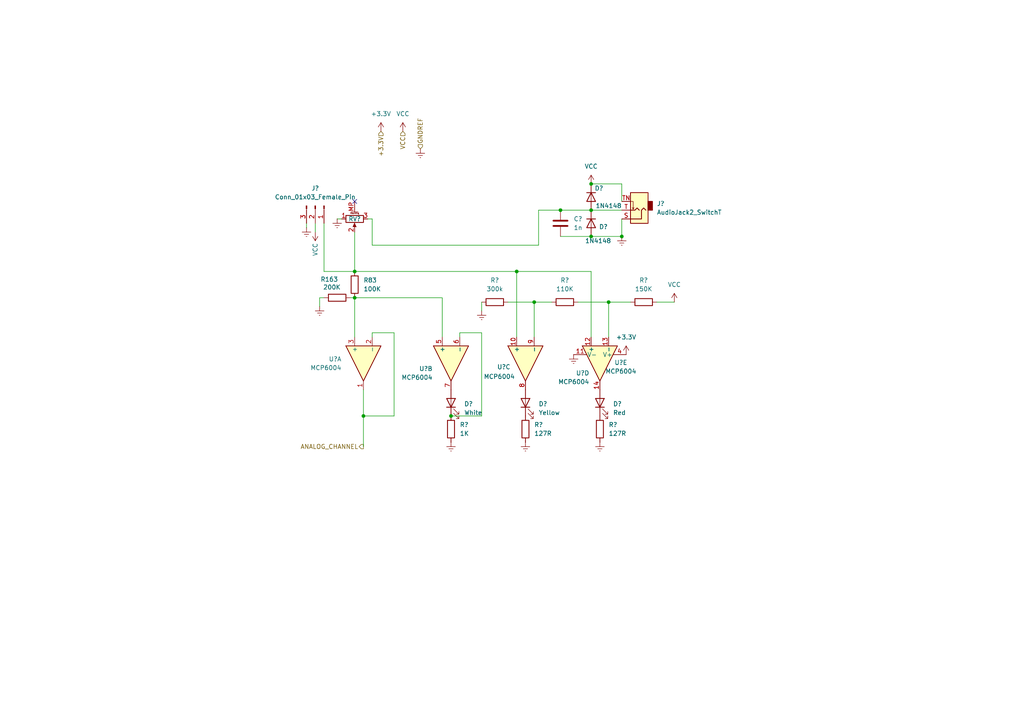
<source format=kicad_sch>
(kicad_sch (version 20250114) (generator "eeschema") (generator_version "9.0")
  (paper "A4")
  (lib_symbols
    (symbol "Amplifier_Operational:MCP6004" (pin_names (offset 0.127))
      (property "Reference" "U" (at 0 5.08 0))
      (property "Value" "MCP6004" (at 0 -5.08 0))
      (symbol "MCP6004_1_1"
        (polyline (pts (xy -5.08 5.08) (xy 5.08 0) (xy -5.08 -5.08) (xy -5.08 5.08)) (stroke (width 0.254)) (fill (type background)))
        (pin input line (at -7.62 2.54 0) (length 2.54) (name "+") (number "3"))
        (pin input line (at -7.62 -2.54 0) (length 2.54) (name "-") (number "2"))
        (pin output line (at 7.62 0 180) (length 2.54) (name "~") (number "1"))
      )
      (symbol "MCP6004_2_1"
        (polyline (pts (xy -5.08 5.08) (xy 5.08 0) (xy -5.08 -5.08) (xy -5.08 5.08)) (stroke (width 0.254)) (fill (type background)))
        (pin input line (at -7.62 2.54 0) (length 2.54) (name "+") (number "5"))
        (pin input line (at -7.62 -2.54 0) (length 2.54) (name "-") (number "6"))
        (pin output line (at 7.62 0 180) (length 2.54) (name "~") (number "7"))
      )
      (symbol "MCP6004_3_1"
        (polyline (pts (xy -5.08 5.08) (xy 5.08 0) (xy -5.08 -5.08) (xy -5.08 5.08)) (stroke (width 0.254)) (fill (type background)))
        (pin input line (at -7.62 2.54 0) (length 2.54) (name "+") (number "10"))
        (pin input line (at -7.62 -2.54 0) (length 2.54) (name "-") (number "9"))
        (pin output line (at 7.62 0 180) (length 2.54) (name "~") (number "8"))
      )
      (symbol "MCP6004_4_1"
        (polyline (pts (xy -5.08 5.08) (xy 5.08 0) (xy -5.08 -5.08) (xy -5.08 5.08)) (stroke (width 0.254)) (fill (type background)))
        (pin input line (at -7.62 2.54 0) (length 2.54) (name "+") (number "12"))
        (pin input line (at -7.62 -2.54 0) (length 2.54) (name "-") (number "13"))
        (pin output line (at 7.62 0 180) (length 2.54) (name "~") (number "14"))
      )
      (symbol "MCP6004_5_1"
        (pin power_in line (at -2.54 7.62 270) (length 3.81) (name "V+") (number "4"))
        (pin power_in line (at -2.54 -7.62 90) (length 3.81) (name "V-") (number "11"))
      )
    )
    (symbol "Connector:Conn_01x03_Pin" (pin_names (offset 1.016) (hide yes))
      (property "Reference" "J" (at 0 5.08 0))
      (property "Value" "Conn_01x03_Pin" (at 0 -5.08 0))
      (symbol "Conn_01x03_Pin_1_1"
        (rectangle (start 0.8636 2.667) (end 0 2.413) (stroke (width 0.1524)) (fill (type outline)))
        (rectangle (start 0.8636 0.127) (end 0 -0.127) (stroke (width 0.1524)) (fill (type outline)))
        (rectangle (start 0.8636 -2.413) (end 0 -2.667) (stroke (width 0.1524)) (fill (type outline)))
        (polyline (pts (xy 1.27 2.54) (xy 0.8636 2.54)) (stroke (width 0.1524)))
        (polyline (pts (xy 1.27 0) (xy 0.8636 0)) (stroke (width 0.1524)))
        (polyline (pts (xy 1.27 -2.54) (xy 0.8636 -2.54)) (stroke (width 0.1524)))
        (pin passive line (at 5.08 2.54 180) (length 3.81) (name "Pin_1") (number "1"))
        (pin passive line (at 5.08 0 180) (length 3.81) (name "Pin_2") (number "2"))
        (pin passive line (at 5.08 -2.54 180) (length 3.81) (name "Pin_3") (number "3"))
      )
    )
    (symbol "Connector_Audio:AudioJack2_SwitchT"
      (property "Reference" "J" (at 0 8.89 0))
      (property "Value" "AudioJack2_SwitchT" (at 0 6.35 0))
      (symbol "AudioJack2_SwitchT_0_1"
        (rectangle (start -2.54 0) (end -3.81 -2.54) (stroke (width 0.254)) (fill (type outline)))
        (polyline (pts (xy 0 0) (xy 0.635 -0.635) (xy 1.27 0) (xy 2.54 0)) (stroke (width 0.254)))
        (polyline (pts (xy 1.778 -0.254) (xy 2.032 -0.762)))
        (rectangle (start 2.54 3.81) (end -2.54 -5.08) (stroke (width 0.254)) (fill (type background)))
        (polyline (pts (xy 2.54 2.54) (xy -0.635 2.54) (xy -0.635 0) (xy -1.27 -0.635) (xy -1.905 0)) (stroke (width 0.254)))
        (polyline (pts (xy 2.54 -2.54) (xy 1.778 -2.54) (xy 1.778 -0.254) (xy 1.524 -0.762)))
      )
      (symbol "AudioJack2_SwitchT_1_1"
        (pin passive line (at 5.08 2.54 180) (length 2.54) (name "~") (number "S"))
        (pin passive line (at 5.08 0 180) (length 2.54) (name "~") (number "T"))
        (pin passive line (at 5.08 -2.54 180) (length 2.54) (name "~") (number "TN"))
      )
    )
    (symbol "Device:C" (pin_numbers (hide yes)) (pin_names (offset 0.254))
      (property "Reference" "C" (at 0.635 2.54 0))
      (property "Value" "C" (at 0.635 -2.54 0))
      (symbol "C_0_1"
        (polyline (pts (xy -2.032 0.762) (xy 2.032 0.762)) (stroke (width 0.508)))
        (polyline (pts (xy -2.032 -0.762) (xy 2.032 -0.762)) (stroke (width 0.508)))
      )
      (symbol "C_1_1"
        (pin passive line (at 0 3.81 270) (length 2.794) (name "~") (number "1"))
        (pin passive line (at 0 -3.81 90) (length 2.794) (name "~") (number "2"))
      )
    )
    (symbol "Device:D" (pin_numbers (hide yes)) (pin_names (offset 1.016) (hide yes))
      (property "Reference" "D" (at 0 2.54 0))
      (property "Value" "D" (at 0 -2.54 0))
      (symbol "D_0_1"
        (polyline (pts (xy -1.27 1.27) (xy -1.27 -1.27)) (stroke (width 0.254)))
        (polyline (pts (xy 1.27 1.27) (xy 1.27 -1.27) (xy -1.27 0) (xy 1.27 1.27)) (stroke (width 0.254)))
        (polyline (pts (xy 1.27 0) (xy -1.27 0)))
      )
      (symbol "D_1_1"
        (pin passive line (at -3.81 0 0) (length 2.54) (name "K") (number "1"))
        (pin passive line (at 3.81 0 180) (length 2.54) (name "A") (number "2"))
      )
    )
    (symbol "Device:LED" (pin_numbers (hide yes)) (pin_names (offset 1.016) (hide yes))
      (property "Reference" "D" (at 0 2.54 0))
      (property "Value" "LED" (at 0 -2.54 0))
      (symbol "LED_0_1"
        (polyline (pts (xy -3.048 -0.762) (xy -4.572 -2.286) (xy -3.81 -2.286) (xy -4.572 -2.286) (xy -4.572 -1.524)))
        (polyline (pts (xy -1.778 -0.762) (xy -3.302 -2.286) (xy -2.54 -2.286) (xy -3.302 -2.286) (xy -3.302 -1.524)))
        (polyline (pts (xy -1.27 0) (xy 1.27 0)))
        (polyline (pts (xy -1.27 -1.27) (xy -1.27 1.27)) (stroke (width 0.254)))
        (polyline (pts (xy 1.27 -1.27) (xy 1.27 1.27) (xy -1.27 0) (xy 1.27 -1.27)) (stroke (width 0.254)))
      )
      (symbol "LED_1_1"
        (pin passive line (at -3.81 0 0) (length 2.54) (name "K") (number "1"))
        (pin passive line (at 3.81 0 180) (length 2.54) (name "A") (number "2"))
      )
    )
    (symbol "Device:R" (pin_numbers (hide yes)) (pin_names (offset 0))
      (property "Reference" "R" (at 2.032 0 90))
      (property "Value" "R" (at 0 0 90))
      (symbol "R_0_1"
        (rectangle (start -1.016 -2.54) (end 1.016 2.54) (stroke (width 0.254)))
      )
      (symbol "R_1_1"
        (pin passive line (at 0 3.81 270) (length 1.27) (name "~") (number "1"))
        (pin passive line (at 0 -3.81 90) (length 1.27) (name "~") (number "2"))
      )
    )
    (symbol "Device:R_Potentiometer_MountingPin" (pin_names (offset 1.016) (hide yes))
      (property "Reference" "RV" (at -8.255 0 90))
      (property "Value" "R_Potentiometer_MountingPin" (at -6.35 0 90))
      (symbol "R_Potentiometer_MountingPin_0_1"
        (rectangle (start 1.016 2.54) (end -1.016 -2.54) (stroke (width 0.254)))
        (polyline (pts (xy 1.143 0) (xy 2.286 0.508) (xy 2.286 -0.508)) (fill (type outline)))
        (polyline (pts (xy 2.54 0) (xy 1.524 0)))
      )
      (symbol "R_Potentiometer_MountingPin_1_1"
        (polyline (pts (xy -2.032 1.016) (xy -2.032 -1.016)) (stroke (width 0.1524)))
        (text "Mounting" (at -1.651 0 900) (effects (font (size 0.381 0.381))))
        (pin passive line (at -5.08 0 0) (length 3.048) (name "MountPin") (number "MP"))
        (pin passive line (at 0 3.81 270) (length 1.27) (name "1") (number "1"))
        (pin passive line (at 0 -3.81 90) (length 1.27) (name "3") (number "3"))
        (pin passive line (at 3.81 0 180) (length 1.27) (name "2") (number "2"))
      )
    )
    (symbol "power:+3.3V" (power) (pin_numbers (hide yes)) (pin_names (offset 0) (hide yes))
      (property "Value" "+3.3V" (at 0 3.556 0))
      (symbol "+3.3V_0_1"
        (polyline (pts (xy -0.762 1.27) (xy 0 2.54)))
        (polyline (pts (xy 0 2.54) (xy 0.762 1.27)))
        (polyline (pts (xy 0 0) (xy 0 2.54)))
      )
      (symbol "+3.3V_1_1"
        (pin power_in line (at 0 0 90) (length 0) (name "~") (number "1"))
      )
    )
    (symbol "power:GNDREF" (power) (pin_numbers (hide yes)) (pin_names (offset 0) (hide yes))
      (property "Value" "GNDREF" (at 0 -3.81 0))
      (symbol "GNDREF_0_1"
        (polyline (pts (xy -0.635 -1.905) (xy 0.635 -1.905)))
        (polyline (pts (xy -0.127 -2.54) (xy 0.127 -2.54)))
        (polyline (pts (xy 0 -1.27) (xy 0 0)))
        (polyline (pts (xy 1.27 -1.27) (xy -1.27 -1.27)))
      )
      (symbol "GNDREF_1_1"
        (pin power_in line (at 0 0 270) (length 0) (name "~") (number "1"))
      )
    )
    (symbol "power:VCC" (power) (pin_numbers (hide yes)) (pin_names (offset 0) (hide yes))
      (property "Value" "VCC" (at 0 3.556 0))
      (symbol "VCC_0_1"
        (polyline (pts (xy -0.762 1.27) (xy 0 2.54)))
        (polyline (pts (xy 0 2.54) (xy 0.762 1.27)))
        (polyline (pts (xy 0 0) (xy 0 2.54)))
      )
      (symbol "VCC_1_1"
        (pin power_in line (at 0 0 90) (length 0) (name "~") (number "1"))
      )
    )
  )
  (junction (at 180.34 68.58))
  (junction (at 162.56 60.96))
  (junction (at 171.45 60.96))
  (junction (at 171.45 68.58))
  (junction (at 102.87 78.74))
  (junction (at 105.41 120.65))
  (junction (at 102.87 86.36))
  (junction (at 176.53 87.63))
  (junction (at 154.94 87.63))
  (junction (at 171.45 53.34))
  (junction (at 130.81 120.65))
  (junction (at 149.86 78.74))
  (no_connect (at 102.87 58.42))
  (wire (pts (xy 162.56 68.58) (xy 171.45 68.58)))
  (wire (pts (xy 162.56 60.96) (xy 171.45 60.96)))
  (wire (pts (xy 92.71 86.36) (xy 92.71 88.9)))
  (wire (pts (xy 133.35 96.52) (xy 133.35 97.79)))
  (wire (pts (xy 102.87 78.74) (xy 149.86 78.74)))
  (wire (pts (xy 102.87 86.36) (xy 128.27 86.36)))
  (wire (pts (xy 107.95 63.5) (xy 107.95 71.12)))
  (wire (pts (xy 102.87 85.09) (xy 102.87 86.36)))
  (wire (pts (xy 107.95 63.5) (xy 106.68 63.5)))
  (wire (pts (xy 167.64 87.63) (xy 176.53 87.63)))
  (wire (pts (xy 156.21 60.96) (xy 162.56 60.96)))
  (wire (pts (xy 93.98 64.77) (xy 93.98 78.74)))
  (wire (pts (xy 97.79 63.5) (xy 99.06 63.5)))
  (wire (pts (xy 105.41 129.54) (xy 105.41 120.65)))
  (wire (pts (xy 107.95 71.12) (xy 156.21 71.12)))
  (wire (pts (xy 130.81 120.65) (xy 139.7 120.65)))
  (wire (pts (xy 154.94 87.63) (xy 154.94 97.79)))
  (wire (pts (xy 133.35 96.52) (xy 139.7 96.52)))
  (wire (pts (xy 180.34 53.34) (xy 180.34 58.42)))
  (wire (pts (xy 176.53 87.63) (xy 182.88 87.63)))
  (wire (pts (xy 107.95 96.52) (xy 114.3 96.52)))
  (wire (pts (xy 147.32 87.63) (xy 154.94 87.63)))
  (wire (pts (xy 102.87 67.31) (xy 102.87 78.74)))
  (wire (pts (xy 107.95 96.52) (xy 107.95 97.79)))
  (wire (pts (xy 93.98 78.74) (xy 102.87 78.74)))
  (wire (pts (xy 180.34 68.58) (xy 180.34 63.5)))
  (wire (pts (xy 195.58 87.63) (xy 190.5 87.63)))
  (wire (pts (xy 171.45 68.58) (xy 180.34 68.58)))
  (wire (pts (xy 102.87 86.36) (xy 102.87 97.79)))
  (wire (pts (xy 92.71 86.36) (xy 93.98 86.36)))
  (wire (pts (xy 91.44 64.77) (xy 91.44 67.31)))
  (wire (pts (xy 128.27 86.36) (xy 128.27 97.79)))
  (wire (pts (xy 171.45 60.96) (xy 180.34 60.96)))
  (wire (pts (xy 156.21 71.12) (xy 156.21 60.96)))
  (wire (pts (xy 88.9 64.77) (xy 88.9 66.04)))
  (wire (pts (xy 101.6 86.36) (xy 102.87 86.36)))
  (wire (pts (xy 149.86 78.74) (xy 171.45 78.74)))
  (wire (pts (xy 171.45 78.74) (xy 171.45 97.79)))
  (wire (pts (xy 114.3 120.65) (xy 105.41 120.65)))
  (wire (pts (xy 171.45 53.34) (xy 180.34 53.34)))
  (wire (pts (xy 139.7 96.52) (xy 139.7 120.65)))
  (wire (pts (xy 176.53 87.63) (xy 176.53 97.79)))
  (wire (pts (xy 149.86 78.74) (xy 149.86 97.79)))
  (wire (pts (xy 105.41 113.03) (xy 105.41 120.65)))
  (wire (pts (xy 154.94 87.63) (xy 160.02 87.63)))
  (wire (pts (xy 114.3 96.52) (xy 114.3 120.65)))
  (wire (pts (xy 139.7 87.63) (xy 139.7 90.17)))
  (hierarchical_label "GNDREF" (shape input) (at 121.92 43.18 90))
  (hierarchical_label "ANALOG_CHANNEL" (shape output) (at 105.41 129.54 180))
  (hierarchical_label "VCC" (shape input) (at 116.84 38.1 270))
  (hierarchical_label "+3.3V" (shape input) (at 110.49 38.1 270))
  (symbol (lib_id "Connector:Conn_01x03_Pin") (at 91.44 59.69 270) (unit 1)
    (property "Reference" "J?" (at 91.44 54.61 90))
    (property "Value" "Conn_01x03_Female_Pin" (at 91.44 57.15 90))
    (property "Footprint" "Connector_PinSocket_2.54mm:PinSocket_1x03_P2.54mm_Vertical" (effects (hide yes)))
    (property "Description" "Generic connector, single row, 01x03, script generated" (effects (hide yes)))
  )
  (symbol (lib_id "power:+3.3V") (at 181.61 102.87 0) (unit 1)
    (property "Reference" "#PWR085" (effects (hide yes)))
    (property "Value" "+3.3V" (at 181.61 97.79 0))
    (property "Description" "Power symbol creates a global label with name \"+3.3V\"" (effects (hide yes)))
    (instances (project "Oblique Palette 0.5.1 PCB Main" (path "" (reference "#PWR0136") (unit 1)) (path "" (reference "#PWR0102") (unit 1)) (path "" (reference "#PWR0353") (unit 1)) (path "" (reference "#PWR0187") (unit 1)) (path "" (reference "#PWR0170") (unit 1)) (path "" (reference "#PWR0119") (unit 1)) (path "" (reference "#PWR085") (unit 1)) (path "" (reference "#PWR0153") (unit 1))))
  )
  (symbol (lib_id "Device:R") (at 102.87 82.55 0) (unit 1)
    (property "Reference" "R68" (at 105.41 81.2799 0) (effects (justify left)))
    (property "Value" "100K" (at 105.41 83.8199 0) (effects (justify left)))
    (property "Footprint" "Resistor_SMD:R_0805_2012Metric" (effects (hide yes)))
    (property "Description" "Resistor" (effects (hide yes)))
    (instances (project "Oblique Palette 0.5.1 PCB Main" (path "" (reference "R83") (unit 1)) (path "" (reference "R72") (unit 1)) (path "" (reference "R105") (unit 1)) (path "" (reference "R101") (unit 1)) (path "" (reference "R94") (unit 1)) (path "" (reference "R79") (unit 1)) (path "" (reference "R68") (unit 1)) (path "" (reference "R90") (unit 1))))
  )
  (symbol (lib_id "Device:C") (at 162.56 64.77 0) (unit 1)
    (property "Reference" "C?" (at 166.37 63.4999 0) (effects (justify left)))
    (property "Value" "1n" (at 166.37 66.0399 0) (effects (justify left)))
    (property "Footprint" "Capacitor_SMD:C_0805_2012Metric" (effects (hide yes)))
    (property "Description" "Unpolarized capacitor" (effects (hide yes)))
  )
  (symbol (lib_id "power:GNDREF") (at 139.7 90.17 0) (unit 1)
    (property "Reference" "#PWR?" (effects (hide yes)))
    (property "Value" "GNDREF" (effects (hide yes)))
    (property "Description" "Power symbol creates a global label with name \"GNDREF\" , reference supply ground" (effects (hide yes)))
  )
  (symbol (lib_id "power:GNDREF") (at 97.79 63.5 0) (unit 1)
    (property "Reference" "#PWR?" (effects (hide yes)))
    (property "Value" "GNDREF" (effects (hide yes)))
    (property "Description" "Power symbol creates a global label with name \"GNDREF\" , reference supply ground" (effects (hide yes)))
  )
  (symbol (lib_id "Device:R") (at 173.99 124.46 0) (unit 1)
    (property "Reference" "R?" (at 176.53 123.1899 0) (effects (justify left)))
    (property "Value" "127R" (at 176.53 125.7299 0) (effects (justify left)))
    (property "Footprint" "Resistor_SMD:R_0805_2012Metric" (effects (hide yes)))
    (property "Description" "Resistor" (effects (hide yes)))
  )
  (symbol (lib_id "Amplifier_Operational:MCP6004") (at 173.99 105.41 270) (unit 5)
    (property "Reference" "U?" (at 180.086 105.156 90))
    (property "Value" "MCP6004" (at 180.086 107.696 90))
    (property "Footprint" "Package_SO:SOIC-14_3.9x8.7mm_P1.27mm" (effects (hide yes)))
    (property "Datasheet" "http://ww1.microchip.com/downloads/en/DeviceDoc/21733j.pdf" (effects (hide yes)))
    (property "Description" "1MHz, Low-Power Op Amp, DIP-14/SOIC-14/TSSOP-14" (effects (hide yes)))
    (property "LCSC PN" "C116668" (effects (hide yes)))
  )
  (symbol (lib_id "Device:R") (at 97.79 86.36 270) (unit 1)
    (property "Reference" "R160" (at 95.504 81.026 90))
    (property "Value" "200K" (at 96.266 83.312 90))
    (property "Footprint" "Resistor_SMD:R_0805_2012Metric" (effects (hide yes)))
    (property "Description" "Resistor" (effects (hide yes)))
    (instances (project "Oblique Palette 0.5.1 PCB Main" (path "" (reference "R163") (unit 1)) (path "" (reference "R161") (unit 1)) (path "" (reference "R167") (unit 1)) (path "" (reference "R166") (unit 1)) (path "" (reference "R165") (unit 1)) (path "" (reference "R162") (unit 1)) (path "" (reference "R160") (unit 1)) (path "" (reference "R164") (unit 1))))
  )
  (symbol (lib_id "Amplifier_Operational:MCP6004") (at 105.41 105.41 90) (mirror x) (unit 1)
    (property "Reference" "U?" (at 99.06 104.1399 90) (effects (justify left)))
    (property "Value" "MCP6004" (at 99.06 106.6799 90) (effects (justify left)))
    (property "Footprint" "Package_SO:SOIC-14_3.9x8.7mm_P1.27mm" (effects (hide yes)))
    (property "Datasheet" "http://ww1.microchip.com/downloads/en/DeviceDoc/21733j.pdf" (effects (hide yes)))
    (property "Description" "1MHz, Low-Power Op Amp, DIP-14/SOIC-14/TSSOP-14" (effects (hide yes)))
    (property "LCSC PN" "C116668" (effects (hide yes)))
  )
  (symbol (lib_id "power:GNDREF") (at 130.81 128.27 0) (unit 1)
    (property "Reference" "#PWR?" (effects (hide yes)))
    (property "Value" "GNDREF" (effects (hide yes)))
    (property "Description" "Power symbol creates a global label with name \"GNDREF\" , reference supply ground" (effects (hide yes)))
  )
  (symbol (lib_id "Amplifier_Operational:MCP6004") (at 152.4 105.41 90) (mirror x) (unit 3)
    (property "Reference" "U?" (at 148.082 106.426 90) (effects (justify left)))
    (property "Value" "MCP6004" (at 149.352 109.22 90) (effects (justify left)))
    (property "Footprint" "Package_SO:SOIC-14_3.9x8.7mm_P1.27mm" (effects (hide yes)))
    (property "Datasheet" "http://ww1.microchip.com/downloads/en/DeviceDoc/21733j.pdf" (effects (hide yes)))
    (property "Description" "1MHz, Low-Power Op Amp, DIP-14/SOIC-14/TSSOP-14" (effects (hide yes)))
    (property "LCSC PN" "C116668" (effects (hide yes)))
  )
  (symbol (lib_id "power:VCC") (at 91.44 67.31 180) (unit 1)
    (property "Reference" "#PWR?" (effects (hide yes)))
    (property "Value" "VCC" (at 91.44 72.39 90))
    (property "Description" "Power symbol creates a global label with name \"VCC\"" (effects (hide yes)))
  )
  (symbol (lib_id "power:VCC") (at 171.45 53.34 0) (unit 1)
    (property "Reference" "#PWR?" (effects (hide yes)))
    (property "Value" "VCC" (at 171.45 48.26 0))
    (property "Description" "Power symbol creates a global label with name \"VCC\"" (effects (hide yes)))
  )
  (symbol (lib_id "power:GNDREF") (at 166.37 102.87 0) (unit 1)
    (property "Reference" "#PWR?" (effects (hide yes)))
    (property "Value" "GNDREF" (effects (hide yes)))
    (property "Description" "Power symbol creates a global label with name \"GNDREF\" , reference supply ground" (effects (hide yes)))
  )
  (symbol (lib_id "power:GNDREF") (at 92.71 88.9 0) (unit 1)
    (property "Reference" "#PWR0214" (effects (hide yes)))
    (property "Value" "GNDREF" (effects (hide yes)))
    (property "Description" "Power symbol creates a global label with name \"GNDREF\" , reference supply ground" (effects (hide yes)))
    (instances (project "Oblique Palette 0.5.1 PCB Main" (path "" (reference "#PWR0231") (unit 1)) (path "" (reference "#PWR0216") (unit 1)) (path "" (reference "#PWR0261") (unit 1)) (path "" (reference "#PWR0259") (unit 1)) (path "" (reference "#PWR0246") (unit 1)) (path "" (reference "#PWR0229") (unit 1)) (path "" (reference "#PWR0214") (unit 1)) (path "" (reference "#PWR0244") (unit 1))))
  )
  (symbol (lib_id "Device:D") (at 171.45 57.15 270) (unit 1)
    (property "Reference" "D?" (at 172.466 54.61 90) (effects (justify left)))
    (property "Value" "1N4148" (at 172.72 59.69 90) (effects (justify left)))
    (property "Footprint" "Diode_SMD:D_SOD-123" (effects (hide yes)))
    (property "Description" "Diode" (effects (hide yes)))
    (property "Sim.Device" "D" (effects (hide yes)))
    (property "Sim.Pins" "1=K 2=A" (effects (hide yes)))
  )
  (symbol (lib_id "power:VCC") (at 116.84 38.1 0) (unit 1)
    (property "Reference" "#PWR?" (effects (hide yes)))
    (property "Value" "VCC" (at 116.84 33.02 0))
    (property "Description" "Power symbol creates a global label with name \"VCC\"" (effects (hide yes)))
  )
  (symbol (lib_id "Amplifier_Operational:MCP6004") (at 130.81 105.41 90) (mirror x) (unit 2)
    (property "Reference" "U?" (at 125.476 106.934 90) (effects (justify left)))
    (property "Value" "MCP6004" (at 125.476 109.474 90) (effects (justify left)))
    (property "Footprint" "Package_SO:SOIC-14_3.9x8.7mm_P1.27mm" (effects (hide yes)))
    (property "Datasheet" "http://ww1.microchip.com/downloads/en/DeviceDoc/21733j.pdf" (effects (hide yes)))
    (property "Description" "1MHz, Low-Power Op Amp, DIP-14/SOIC-14/TSSOP-14" (effects (hide yes)))
    (property "LCSC PN" "C116668" (effects (hide yes)))
  )
  (symbol (lib_id "power:GNDREF") (at 173.99 128.27 0) (unit 1)
    (property "Reference" "#PWR?" (effects (hide yes)))
    (property "Value" "GNDREF" (effects (hide yes)))
    (property "Description" "Power symbol creates a global label with name \"GNDREF\" , reference supply ground" (effects (hide yes)))
  )
  (symbol (lib_id "Device:D") (at 171.45 64.77 270) (unit 1)
    (property "Reference" "D?" (at 173.736 65.786 90) (effects (justify left)))
    (property "Value" "1N4148" (at 169.672 69.85 90) (effects (justify left)))
    (property "Footprint" "Diode_SMD:D_SOD-123" (effects (hide yes)))
    (property "Description" "Diode" (effects (hide yes)))
    (property "Sim.Device" "D" (effects (hide yes)))
    (property "Sim.Pins" "1=K 2=A" (effects (hide yes)))
  )
  (symbol (lib_id "Device:LED") (at 130.81 116.84 90) (unit 1)
    (property "Reference" "D?" (at 134.62 117.1574 90) (effects (justify right)))
    (property "Value" "White" (at 134.62 119.6974 90) (effects (justify right)))
    (property "Footprint" "LED_THT:LED_Rectangular_W5.0mm_H2.0mm" (effects (hide yes)))
    (property "Description" "WHITE Rectangular LED, diffused" (effects (hide yes)))
    (property "Sim.Pins" "1=K 2=A" (effects (hide yes)))
  )
  (symbol (lib_id "Device:R") (at 130.81 124.46 0) (unit 1)
    (property "Reference" "R?" (at 133.35 123.1899 0) (effects (justify left)))
    (property "Value" "1K" (at 133.35 125.7299 0) (effects (justify left)))
    (property "Footprint" "Resistor_SMD:R_0805_2012Metric" (effects (hide yes)))
    (property "Description" "Resistor" (effects (hide yes)))
  )
  (symbol (lib_id "Amplifier_Operational:MCP6004") (at 173.99 105.41 90) (mirror x) (unit 4)
    (property "Reference" "U?" (at 170.942 108.204 90) (effects (justify left)))
    (property "Value" "MCP6004" (at 170.942 110.744 90) (effects (justify left)))
    (property "Footprint" "Package_SO:SOIC-14_3.9x8.7mm_P1.27mm" (effects (hide yes)))
    (property "Datasheet" "http://ww1.microchip.com/downloads/en/DeviceDoc/21733j.pdf" (effects (hide yes)))
    (property "Description" "1MHz, Low-Power Op Amp, DIP-14/SOIC-14/TSSOP-14" (effects (hide yes)))
    (property "LCSC PN" "C116668" (effects (hide yes)))
  )
  (symbol (lib_id "power:GNDREF") (at 180.34 68.58 0) (unit 1)
    (property "Reference" "#PWR?" (effects (hide yes)))
    (property "Value" "GNDREF" (effects (hide yes)))
    (property "Description" "Power symbol creates a global label with name \"GNDREF\" , reference supply ground" (effects (hide yes)))
  )
  (symbol (lib_id "power:GNDREF") (at 121.92 43.18 0) (unit 1)
    (property "Reference" "#PWR?" (effects (hide yes)))
    (property "Value" "GNDREF" (effects (hide yes)))
    (property "Description" "Power symbol creates a global label with name \"GNDREF\" , reference supply ground" (effects (hide yes)))
  )
  (symbol (lib_id "Device:R") (at 152.4 124.46 0) (unit 1)
    (property "Reference" "R?" (at 154.94 123.1899 0) (effects (justify left)))
    (property "Value" "127R" (at 154.94 125.7299 0) (effects (justify left)))
    (property "Footprint" "Resistor_SMD:R_0805_2012Metric" (effects (hide yes)))
    (property "Description" "Resistor" (effects (hide yes)))
  )
  (symbol (lib_id "power:VCC") (at 195.58 87.63 0) (unit 1)
    (property "Reference" "#PWR0345" (effects (hide yes)))
    (property "Value" "VCC" (at 195.58 82.55 0))
    (property "Description" "Power symbol creates a global label with name \"VCC\"" (effects (hide yes)))
    (instances (project "Oblique Palette 0.5.1 PCB Main" (path "" (reference "#PWR0348") (unit 1)) (path "" (reference "#PWR0346") (unit 1)) (path "" (reference "#PWR0352") (unit 1)) (path "" (reference "#PWR0351") (unit 1)) (path "" (reference "#PWR0350") (unit 1)) (path "" (reference "#PWR0347") (unit 1)) (path "" (reference "#PWR0345") (unit 1)) (path "" (reference "#PWR0349") (unit 1))))
  )
  (symbol (lib_id "power:+3.3V") (at 110.49 38.1 0) (unit 1)
    (property "Reference" "#PWR082" (effects (hide yes)))
    (property "Value" "+3.3V" (at 110.49 33.02 0))
    (property "Description" "Power symbol creates a global label with name \"+3.3V\"" (effects (hide yes)))
    (instances (project "" (path "" (reference "#PWR0133") (unit 1)) (path "" (reference "#PWR099") (unit 1)) (path "" (reference "#PWR0201") (unit 1)) (path "" (reference "#PWR0184") (unit 1)) (path "" (reference "#PWR0167") (unit 1)) (path "" (reference "#PWR0116") (unit 1)) (path "" (reference "#PWR082") (unit 1)) (path "" (reference "#PWR0150") (unit 1))))
  )
  (symbol (lib_id "Device:R") (at 163.83 87.63 90) (unit 1)
    (property "Reference" "R?" (at 163.83 81.28 90))
    (property "Value" "110K" (at 163.83 83.82 90))
    (property "Footprint" "Resistor_SMD:R_0805_2012Metric" (effects (hide yes)))
    (property "Description" "Resistor" (effects (hide yes)))
  )
  (symbol (lib_id "Device:LED") (at 152.4 116.84 90) (unit 1)
    (property "Reference" "D?" (at 156.21 117.1574 90) (effects (justify right)))
    (property "Value" "Yellow" (at 156.21 119.6974 90) (effects (justify right)))
    (property "Footprint" "LED_THT:LED_Rectangular_W5.0mm_H2.0mm" (effects (hide yes)))
    (property "Description" "YELLOW Rectangular LED, diffused" (effects (hide yes)))
    (property "Sim.Pins" "1=K 2=A" (effects (hide yes)))
  )
  (symbol (lib_id "Device:R") (at 186.69 87.63 90) (unit 1)
    (property "Reference" "R?" (at 186.69 81.28 90))
    (property "Value" "150K" (at 186.69 83.82 90))
    (property "Footprint" "Resistor_SMD:R_0805_2012Metric" (effects (hide yes)))
    (property "Description" "Resistor" (effects (hide yes)))
  )
  (symbol (lib_id "power:GNDREF") (at 152.4 128.27 0) (unit 1)
    (property "Reference" "#PWR?" (effects (hide yes)))
    (property "Value" "GNDREF" (effects (hide yes)))
    (property "Description" "Power symbol creates a global label with name \"GNDREF\" , reference supply ground" (effects (hide yes)))
  )
  (symbol (lib_id "Device:R_Potentiometer_MountingPin") (at 102.87 63.5 90) (mirror x) (unit 1)
    (property "Reference" "RV?" (at 102.87 63.5 90))
    (property "Value" "R_Potentiometer_MountingPin" (effects (hide yes)))
    (property "Footprint" "Potentiometer_THT:Potentiometer_Alps_RK09K_Single_Vertical" (effects (hide yes)))
    (property "Description" "Potentiometer with a mounting pin" (effects (hide yes)))
  )
  (symbol (lib_id "Connector_Audio:AudioJack2_SwitchT") (at 185.42 60.96 180) (unit 1)
    (property "Reference" "J?" (at 190.5 59.0549 0) (effects (justify right)))
    (property "Value" "AudioJack2_SwitchT" (at 190.5 61.5949 0) (effects (justify right)))
    (property "Footprint" "Connector_Audio:Jack_3.5mm_QingPu_WQP-PJ398SM_Vertical_CircularHoles" (effects (hide yes)))
    (property "Description" "Audio Jack, 2 Poles (Mono / TS), Switched T Pole (Normalling)" (effects (hide yes)))
  )
  (symbol (lib_id "Device:LED") (at 173.99 116.84 90) (unit 1)
    (property "Reference" "D?" (at 177.8 117.1574 90) (effects (justify right)))
    (property "Value" "Red" (at 177.8 119.6974 90) (effects (justify right)))
    (property "Footprint" "LED_THT:LED_Rectangular_W5.0mm_H2.0mm" (effects (hide yes)))
    (property "Description" "RED Rectangular LED, diffused" (effects (hide yes)))
    (property "Sim.Pins" "1=K 2=A" (effects (hide yes)))
  )
  (symbol (lib_id "Device:R") (at 143.51 87.63 90) (unit 1)
    (property "Reference" "R?" (at 143.51 81.28 90))
    (property "Value" "300k" (at 143.51 83.82 90))
    (property "Footprint" "Resistor_SMD:R_0805_2012Metric" (effects (hide yes)))
    (property "Description" "Resistor" (effects (hide yes)))
  )
  (symbol (lib_id "power:GNDREF") (at 88.9 66.04 0) (unit 1)
    (property "Reference" "#PWR?" (effects (hide yes)))
    (property "Value" "GNDREF" (effects (hide yes)))
    (property "Description" "Power symbol creates a global label with name \"GNDREF\" , reference supply ground" (effects (hide yes)))
  )
)
</source>
